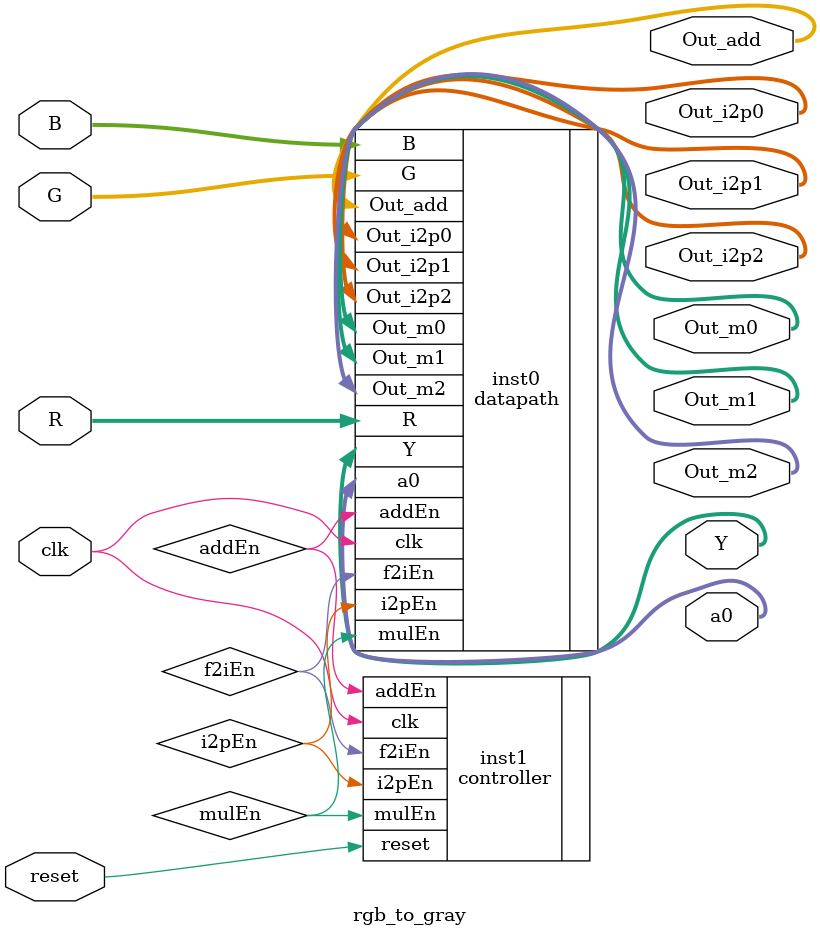
<source format=v>
module rgb_to_gray(R,G,B,clk,reset,Y,Out_i2p0,Out_i2p1,Out_i2p2,Out_m0,Out_m1,Out_m2,a0,Out_add);
  input [7:0] R,G,B;
  input clk,reset;
  
  output [31:0] Y,Out_i2p0,Out_i2p1,Out_i2p2,Out_m0,Out_m1,Out_m2,a0,Out_add;
  
  datapath inst0( .R(R), 
                  .G(G), 
                  .B(B), 
                  .clk(clk), 
                  .i2pEn(i2pEn), 
                  .mulEn(mulEn), 
                  .addEn(addEn), 
                  .f2iEn(f2iEn), 
                  .Y(Y),
						.Out_i2p0(Out_i2p0),
						.Out_i2p1(Out_i2p1),
						.Out_i2p2(Out_i2p2),
						.Out_m0(Out_m0),
						.Out_m1(Out_m1),
						.Out_m2(Out_m2),
						.a0(a0),
						.Out_add(Out_add)
                  );
                  
  controller inst1(.clk(clk),
                   .reset(reset),
                   .i2pEn(i2pEn),
                   .mulEn(mulEn),
                   .addEn(addEn),
                   .f2iEn(f2iEn)
              );
endmodule



</source>
